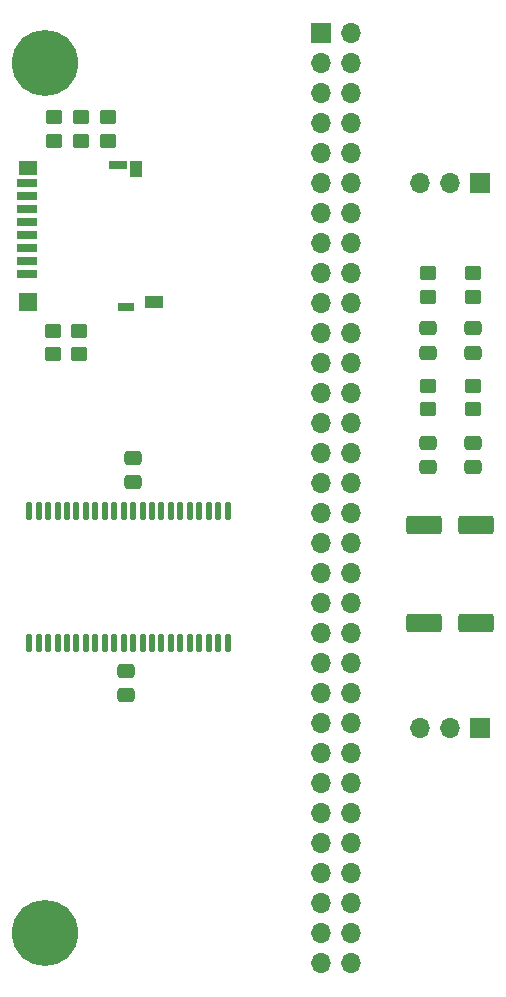
<source format=gbr>
%TF.GenerationSoftware,KiCad,Pcbnew,6.0.7*%
%TF.CreationDate,2022-09-07T07:32:48+02:00*%
%TF.ProjectId,srambrd,7372616d-6272-4642-9e6b-696361645f70,rev?*%
%TF.SameCoordinates,Original*%
%TF.FileFunction,Soldermask,Top*%
%TF.FilePolarity,Negative*%
%FSLAX46Y46*%
G04 Gerber Fmt 4.6, Leading zero omitted, Abs format (unit mm)*
G04 Created by KiCad (PCBNEW 6.0.7) date 2022-09-07 07:32:48*
%MOMM*%
%LPD*%
G01*
G04 APERTURE LIST*
G04 Aperture macros list*
%AMRoundRect*
0 Rectangle with rounded corners*
0 $1 Rounding radius*
0 $2 $3 $4 $5 $6 $7 $8 $9 X,Y pos of 4 corners*
0 Add a 4 corners polygon primitive as box body*
4,1,4,$2,$3,$4,$5,$6,$7,$8,$9,$2,$3,0*
0 Add four circle primitives for the rounded corners*
1,1,$1+$1,$2,$3*
1,1,$1+$1,$4,$5*
1,1,$1+$1,$6,$7*
1,1,$1+$1,$8,$9*
0 Add four rect primitives between the rounded corners*
20,1,$1+$1,$2,$3,$4,$5,0*
20,1,$1+$1,$4,$5,$6,$7,0*
20,1,$1+$1,$6,$7,$8,$9,0*
20,1,$1+$1,$8,$9,$2,$3,0*%
G04 Aperture macros list end*
%ADD10RoundRect,0.250000X-0.450000X0.350000X-0.450000X-0.350000X0.450000X-0.350000X0.450000X0.350000X0*%
%ADD11RoundRect,0.250000X-1.250000X-0.550000X1.250000X-0.550000X1.250000X0.550000X-1.250000X0.550000X0*%
%ADD12R,1.700000X1.700000*%
%ADD13O,1.700000X1.700000*%
%ADD14RoundRect,0.250000X0.475000X-0.337500X0.475000X0.337500X-0.475000X0.337500X-0.475000X-0.337500X0*%
%ADD15C,5.600000*%
%ADD16RoundRect,0.250000X0.450000X-0.350000X0.450000X0.350000X-0.450000X0.350000X-0.450000X-0.350000X0*%
%ADD17RoundRect,0.137500X-0.137500X0.625000X-0.137500X-0.625000X0.137500X-0.625000X0.137500X0.625000X0*%
%ADD18RoundRect,0.250000X-0.475000X0.337500X-0.475000X-0.337500X0.475000X-0.337500X0.475000X0.337500X0*%
%ADD19R,1.750000X0.700000*%
%ADD20R,1.000000X1.450000*%
%ADD21R,1.550000X1.000000*%
%ADD22R,1.400000X0.800000*%
%ADD23R,1.500000X1.300000*%
%ADD24R,1.500000X0.800000*%
%ADD25R,1.500000X1.500000*%
G04 APERTURE END LIST*
D10*
%TO.C,R5*%
X108712000Y-69358000D03*
X108712000Y-71358000D03*
%TD*%
D11*
%TO.C,C7*%
X140040000Y-112123269D03*
X144440000Y-112123269D03*
%TD*%
D10*
%TO.C,R4*%
X110998000Y-69358000D03*
X110998000Y-71358000D03*
%TD*%
D12*
%TO.C,J3*%
X144780000Y-74930000D03*
D13*
X142240000Y-74930000D03*
X139700000Y-74930000D03*
%TD*%
D14*
%TO.C,C4*%
X140335000Y-89263269D03*
X140335000Y-87188269D03*
%TD*%
D15*
%TO.C,H1*%
X107950000Y-64770000D03*
%TD*%
D10*
%TO.C,R6*%
X144145000Y-82548269D03*
X144145000Y-84548269D03*
%TD*%
D12*
%TO.C,J4*%
X144780000Y-121013269D03*
D13*
X142240000Y-121013269D03*
X139700000Y-121013269D03*
%TD*%
D10*
%TO.C,R9*%
X140335000Y-92073269D03*
X140335000Y-94073269D03*
%TD*%
D16*
%TO.C,R1*%
X108600000Y-89400000D03*
X108600000Y-87400000D03*
%TD*%
D14*
%TO.C,C2*%
X115400000Y-100237500D03*
X115400000Y-98162500D03*
%TD*%
D17*
%TO.C,U1*%
X123400000Y-102662500D03*
X122600000Y-102662500D03*
X121800000Y-102662500D03*
X121000000Y-102662500D03*
X120200000Y-102662500D03*
X119400000Y-102662500D03*
X118600000Y-102662500D03*
X117800000Y-102662500D03*
X117000000Y-102662500D03*
X116200000Y-102662500D03*
X115400000Y-102662500D03*
X114600000Y-102662500D03*
X113800000Y-102662500D03*
X113000000Y-102662500D03*
X112200000Y-102662500D03*
X111400000Y-102662500D03*
X110600000Y-102662500D03*
X109800000Y-102662500D03*
X109000000Y-102662500D03*
X108200000Y-102662500D03*
X107400000Y-102662500D03*
X106600000Y-102662500D03*
X106600000Y-113837500D03*
X107400000Y-113837500D03*
X108200000Y-113837500D03*
X109000000Y-113837500D03*
X109800000Y-113837500D03*
X110600000Y-113837500D03*
X111400000Y-113837500D03*
X112200000Y-113837500D03*
X113000000Y-113837500D03*
X113800000Y-113837500D03*
X114600000Y-113837500D03*
X115400000Y-113837500D03*
X116200000Y-113837500D03*
X117000000Y-113837500D03*
X117800000Y-113837500D03*
X118600000Y-113837500D03*
X119400000Y-113837500D03*
X120200000Y-113837500D03*
X121000000Y-113837500D03*
X121800000Y-113837500D03*
X122600000Y-113837500D03*
X123400000Y-113837500D03*
%TD*%
D10*
%TO.C,R3*%
X113284000Y-69358000D03*
X113284000Y-71358000D03*
%TD*%
D18*
%TO.C,C1*%
X114800000Y-116183500D03*
X114800000Y-118258500D03*
%TD*%
D11*
%TO.C,C8*%
X140040000Y-103868269D03*
X144440000Y-103868269D03*
%TD*%
D14*
%TO.C,C6*%
X140335000Y-98958269D03*
X140335000Y-96883269D03*
%TD*%
D18*
%TO.C,C5*%
X144145000Y-96883269D03*
X144145000Y-98958269D03*
%TD*%
D10*
%TO.C,R7*%
X140335000Y-82548269D03*
X140335000Y-84548269D03*
%TD*%
D15*
%TO.C,H2*%
X107950000Y-138430000D03*
%TD*%
D18*
%TO.C,C3*%
X144145000Y-87188269D03*
X144145000Y-89263269D03*
%TD*%
D10*
%TO.C,R8*%
X144145000Y-92073269D03*
X144145000Y-94073269D03*
%TD*%
D16*
%TO.C,R2*%
X110800000Y-89400000D03*
X110800000Y-87400000D03*
%TD*%
D19*
%TO.C,J2*%
X106410000Y-82575000D03*
X106410000Y-81475000D03*
X106410000Y-80375000D03*
X106410000Y-79275000D03*
X106410000Y-78175000D03*
X106410000Y-77075000D03*
X106410000Y-75975000D03*
X106410000Y-74875000D03*
D20*
X115635000Y-73750000D03*
D21*
X117210000Y-84975000D03*
D22*
X114785000Y-85375000D03*
D23*
X106535000Y-73675000D03*
D24*
X114135000Y-73425000D03*
D25*
X106535000Y-85025000D03*
%TD*%
D12*
%TO.C,J1*%
X131298000Y-62225000D03*
D13*
X133838000Y-62225000D03*
X131298000Y-64765000D03*
X133838000Y-64765000D03*
X131298000Y-67305000D03*
X133838000Y-67305000D03*
X131298000Y-69845000D03*
X133838000Y-69845000D03*
X131298000Y-72385000D03*
X133838000Y-72385000D03*
X131298000Y-74925000D03*
X133838000Y-74925000D03*
X131298000Y-77465000D03*
X133838000Y-77465000D03*
X131298000Y-80005000D03*
X133838000Y-80005000D03*
X131298000Y-82545000D03*
X133838000Y-82545000D03*
X131298000Y-85085000D03*
X133838000Y-85085000D03*
X131298000Y-87625000D03*
X133838000Y-87625000D03*
X131298000Y-90165000D03*
X133838000Y-90165000D03*
X131298000Y-92705000D03*
X133838000Y-92705000D03*
X131298000Y-95245000D03*
X133838000Y-95245000D03*
X131298000Y-97785000D03*
X133838000Y-97785000D03*
X131298000Y-100325000D03*
X133838000Y-100325000D03*
X131298000Y-102865000D03*
X133838000Y-102865000D03*
X131298000Y-105405000D03*
X133838000Y-105405000D03*
X131298000Y-107945000D03*
X133838000Y-107945000D03*
X131298000Y-110485000D03*
X133838000Y-110485000D03*
X131298000Y-113025000D03*
X133838000Y-113025000D03*
X131298000Y-115565000D03*
X133838000Y-115565000D03*
X131298000Y-118105000D03*
X133838000Y-118105000D03*
X131298000Y-120645000D03*
X133838000Y-120645000D03*
X131298000Y-123185000D03*
X133838000Y-123185000D03*
X131298000Y-125725000D03*
X133838000Y-125725000D03*
X131298000Y-128265000D03*
X133838000Y-128265000D03*
X131298000Y-130805000D03*
X133838000Y-130805000D03*
X131298000Y-133345000D03*
X133838000Y-133345000D03*
X131298000Y-135885000D03*
X133838000Y-135885000D03*
X131298000Y-138425000D03*
X133838000Y-138425000D03*
X131298000Y-140965000D03*
X133838000Y-140965000D03*
%TD*%
M02*

</source>
